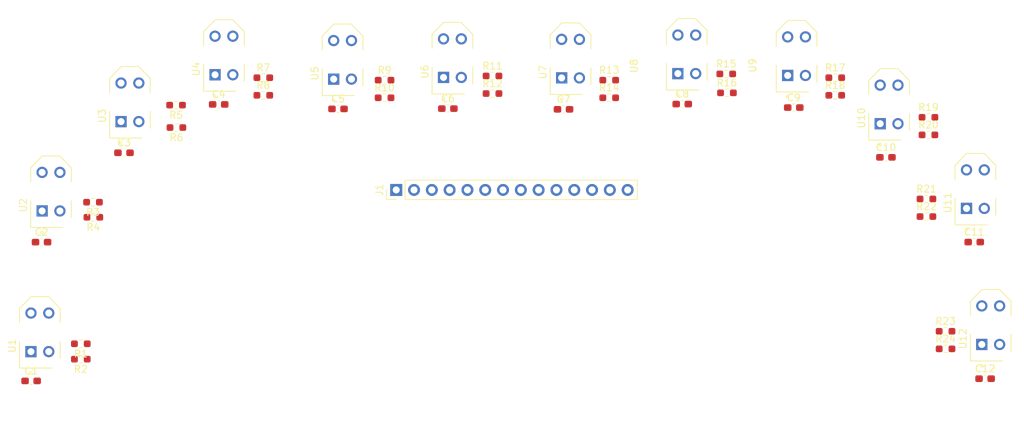
<source format=kicad_pcb>
(kicad_pcb (version 20241229) (generator "pcbnew") (generator_version "9.0")
  (layers (0 "F.Cu" signal) (2 "B.Cu" signal) (13 "F.Paste" user) (15 "B.Paste" user) (5 "F.SilkS" user "F.Silkscreen") (7 "B.SilkS" user "B.Silkscreen") (1 "F.Mask" user) (3 "B.Mask" user) (25 "Edge.Cuts" user))
  (net 0 "")
  (net 1 "/3v3")
  (net 2 "/GND")
  (net 3 "/IR8")
  (net 4 "/IR6")
  (net 5 "/IR5")
  (net 6 "/IR11")
  (net 7 "/IR4")
  (net 8 "/IR3")
  (net 9 "/IR10")
  (net 10 "/IR7")
  (net 11 "/IR2")
  (net 12 "/IR9")
  (net 13 "/IR1")
  (net 14 "/IR12")
  (net 15 "Net-(R2-Pad1)")
  (net 16 "Net-(R3-Pad1)")
  (net 17 "Net-(R5-Pad1)")
  (net 18 "Net-(R7-Pad1)")
  (net 19 "Net-(R9-Pad1)")
  (net 20 "Net-(R11-Pad1)")
  (net 21 "Net-(R13-Pad1)")
  (net 22 "Net-(R15-Pad1)")
  (net 23 "Net-(R17-Pad1)")
  (net 24 "Net-(R19-Pad1)")
  (net 25 "Net-(R21-Pad1)")
  (net 26 "Net-(R23-Pad1)")
  (footprint "Resistor_SMD:R_0603_1608Metric_Pad0.98x0.95mm_HandSolder" (layer "F.Cu") (at 196.3875 62.7)
    (property "Reference" "R18" (at 0 -1.43 0) (layer "F.SilkS"))
    (property "Value" "10K")
    (fp_line (start -0.254724 -0.5225) (end 0.254724 -0.5225) (stroke (width 0.12)) (layer "F.SilkS"))
    (fp_line (start -0.254724 0.5225) (end 0.254724 0.5225) (stroke (width 0.12)) (layer "F.SilkS"))
    (pad "1" smd roundrect (at -0.9125 0) (size 0.975 0.95) (layers "F.Cu" "F.Mask" "F.Paste") (net 12 "/IR9"))
    (pad "2" smd roundrect (at 0.9125 0) (size 0.975 0.95) (layers "F.Cu" "F.Mask" "F.Paste") (net 2 "/GND"))
  )
  (footprint "Resistor_SMD:R_0603_1608Metric_Pad0.98x0.95mm_HandSolder" (layer "F.Cu") (at 90.4875 77.95 180)
    (property "Reference" "R3" (at 0 -1.43 0) (layer "F.SilkS"))
    (property "Value" "220")
    (fp_line (start -0.254724 0.5225) (end 0.254724 0.5225) (stroke (width 0.12)) (layer "F.SilkS"))
    (fp_line (start -0.254724 -0.5225) (end 0.254724 -0.5225) (stroke (width 0.12)) (layer "F.SilkS"))
    (pad "1" smd roundrect (at -0.9125 0 180) (size 0.975 0.95) (layers "F.Cu" "F.Mask" "F.Paste") (net 16 "Net-(R3-Pad1)"))
    (pad "2" smd roundrect (at 0.9125 0 180) (size 0.975 0.95) (layers "F.Cu" "F.Mask" "F.Paste") (net 2 "/GND"))
  )
  (footprint "Resistor_SMD:R_0603_1608Metric_Pad0.98x0.95mm_HandSolder" (layer "F.Cu") (at 209.6875 65.84)
    (property "Reference" "R19" (at 0 -1.43 0) (layer "F.SilkS"))
    (property "Value" "220")
    (fp_line (start -0.254724 -0.5225) (end 0.254724 -0.5225) (stroke (width 0.12)) (layer "F.SilkS"))
    (fp_line (start -0.254724 0.5225) (end 0.254724 0.5225) (stroke (width 0.12)) (layer "F.SilkS"))
    (pad "1" smd roundrect (at -0.9125 0) (size 0.975 0.95) (layers "F.Cu" "F.Mask" "F.Paste") (net 24 "Net-(R19-Pad1)"))
    (pad "2" smd roundrect (at 0.9125 0) (size 0.975 0.95) (layers "F.Cu" "F.Mask" "F.Paste") (net 2 "/GND"))
  )
  (footprint "Resistor_SMD:R_0603_1608Metric_Pad0.98x0.95mm_HandSolder" (layer "F.Cu") (at 212.128167 96.366815)
    (property "Reference" "R23" (at 0 -1.43 0) (layer "F.SilkS"))
    (property "Value" "220")
    (fp_line (start -0.254724 -0.5225) (end 0.254724 -0.5225) (stroke (width 0.12)) (layer "F.SilkS"))
    (fp_line (start -0.254724 0.5225) (end 0.254724 0.5225) (stroke (width 0.12)) (layer "F.SilkS"))
    (pad "1" smd roundrect (at -0.9125 0) (size 0.975 0.95) (layers "F.Cu" "F.Mask" "F.Paste") (net 26 "Net-(R23-Pad1)"))
    (pad "2" smd roundrect (at 0.9125 0) (size 0.975 0.95) (layers "F.Cu" "F.Mask" "F.Paste") (net 2 "/GND"))
  )
  (footprint "Resistor_SMD:R_0603_1608Metric_Pad0.98x0.95mm_HandSolder" (layer "F.Cu") (at 102.3375 64.1 180)
    (property "Reference" "R5" (at 0 -1.43 0) (layer "F.SilkS"))
    (property "Value" "220")
    (fp_line (start -0.254724 0.5225) (end 0.254724 0.5225) (stroke (width 0.12)) (layer "F.SilkS"))
    (fp_line (start -0.254724 -0.5225) (end 0.254724 -0.5225) (stroke (width 0.12)) (layer "F.SilkS"))
    (pad "1" smd roundrect (at -0.9125 0 180) (size 0.975 0.95) (layers "F.Cu" "F.Mask" "F.Paste") (net 17 "Net-(R5-Pad1)"))
    (pad "2" smd roundrect (at 0.9125 0 180) (size 0.975 0.95) (layers "F.Cu" "F.Mask" "F.Paste") (net 2 "/GND"))
  )
  (footprint "Resistor_SMD:R_0603_1608Metric_Pad0.98x0.95mm_HandSolder" (layer "F.Cu") (at 196.3875 60.19)
    (property "Reference" "R17" (at 0 -1.43 0) (layer "F.SilkS"))
    (property "Value" "220")
    (fp_line (start -0.254724 -0.5225) (end 0.254724 -0.5225) (stroke (width 0.12)) (layer "F.SilkS"))
    (fp_line (start -0.254724 0.5225) (end 0.254724 0.5225) (stroke (width 0.12)) (layer "F.SilkS"))
    (pad "1" smd roundrect (at -0.9125 0) (size 0.975 0.95) (layers "F.Cu" "F.Mask" "F.Paste") (net 23 "Net-(R17-Pad1)"))
    (pad "2" smd roundrect (at 0.9125 0) (size 0.975 0.95) (layers "F.Cu" "F.Mask" "F.Paste") (net 2 "/GND"))
  )
  (footprint "Resistor_SMD:R_0603_1608Metric_Pad0.98x0.95mm_HandSolder" (layer "F.Cu") (at 180.9375 62.35)
    (property "Reference" "R16" (at 0 -1.43 0) (layer "F.SilkS"))
    (property "Value" "10K")
    (fp_line (start -0.254724 -0.5225) (end 0.254724 -0.5225) (stroke (width 0.12)) (layer "F.SilkS"))
    (fp_line (start -0.254724 0.5225) (end 0.254724 0.5225) (stroke (width 0.12)) (layer "F.SilkS"))
    (pad "1" smd roundrect (at -0.9125 0) (size 0.975 0.95) (layers "F.Cu" "F.Mask" "F.Paste") (net 3 "/IR8"))
    (pad "2" smd roundrect (at 0.9125 0) (size 0.975 0.95) (layers "F.Cu" "F.Mask" "F.Paste") (net 2 "/GND"))
  )
  (footprint "TCRT5000L:XDCR_TCRT5000L" (layer "F.Cu") (at 216.3875 76.09 90)
    (property "Reference" "U11" (at -1.93211 -3.94956 90) (layer "F.SilkS") (effects (font (size 1.003701 1.003701))))
    (property "Value" "TCRT5000L")
    (fp_line (start 3.4 -2.9) (end 5.1 -1.25) (stroke (width 0.127)) (layer "F.SilkS"))
    (fp_line (start 1.4 -2.9) (end 3.4 -2.9) (stroke (width 0.127)) (layer "F.SilkS"))
    (fp_line (start -5.1 -2.9) (end -1.3 -2.9) (stroke (width 0.127)) (layer "F.SilkS"))
    (fp_line (start 5.1 -1.25) (end 5.1 1.25) (stroke (width 0.127)) (layer "F.SilkS"))
    (fp_line (start 5.1 1.25) (end 3.4 2.9) (stroke (width 0.127)) (layer "F.SilkS"))
    (fp_line (start -5.1 1.7) (end -5.1 -2.9) (stroke (width 0.127)) (layer "F.SilkS"))
    (fp_line (start 3.4 2.9) (end 1.4 2.9) (stroke (width 0.127)) (layer "F.SilkS"))
    (fp_line (start -1.3 2.9) (end -3.7 2.9) (stroke (width 0.127)) (layer "F.SilkS"))
    (fp_circle (center -5.8 -1.3) (end -5.68 -1.3) (stroke (width 0.24)) (fill no) (layer "F.SilkS"))
    (pad "" np_thru_hole circle (at -4.65 2.45 90) (size 1 1) (drill 1) (layers "*.Cu" "*.Mask"))
    (pad "" np_thru_hole circle (at 0 -1.9 90) (size 2.5 2.5) (drill 2.5) (layers "*.Cu" "*.Mask"))
    (pad "" np_thru_hole circle (at 0 1.9 90) (size 2.5 2.5) (drill 2.5) (layers "*.Cu" "*.Mask"))
    (pad "1" thru_hole rect (at -2.75 -1.27 90) (size 1.6 1.6) (drill 1) (layers "*.Cu" "*.Mask") (net 1 "/3v3"))
    (pad "2" thru_hole circle (at -2.75 1.27 90) (size 1.6 1.6) (drill 1) (layers "*.Cu" "*.Mask") (net 6 "/IR11"))
    (pad "3" thru_hole circle (at 2.75 1.27 90) (size 1.6 1.6) (drill 1) (layers "*.Cu" "*.Mask") (net 25 "Net-(R21-Pad1)"))
    (pad "4" thru_hole circle (at 2.75 -1.27 90) (size 1.6 1.6) (drill 1) (layers "*.Cu" "*.Mask") (net 1 "/3v3"))
  )
  (footprint "Connector_PinHeader_2.54mm:PinHeader_1x14_P2.54mm_Vertical" (layer "F.Cu") (at 133.75 76.2 90)
    (property "Reference" "J1" (at 0 -2.38 90) (layer "F.SilkS"))
    (property "Value" "Conn_01x14_Pin")
    (fp_line (start -1.38 -1.38) (end 0 -1.38) (stroke (width 0.12)) (layer "F.SilkS"))
    (fp_line (start -1.38 0) (end -1.38 -1.38) (stroke (width 0.12)) (layer "F.SilkS"))
    (fp_line (start 1.38 1.27) (end 1.38 34.4) (stroke (width 0.12)) (layer "F.SilkS"))
    (fp_line (start -1.38 1.27) (end 1.38 1.27) (stroke (width 0.12)) (layer "F.SilkS"))
    (fp_line (start -1.38 1.27) (end -1.38 34.4) (stroke (width 0.12)) (layer "F.SilkS"))
    (fp_line (start -1.38 34.4) (end 1.38 34.4) (stroke (width 0.12)) (layer "F.SilkS"))
    (pad "1" thru_hole rect (at 0 0 90) (size 1.7 1.7) (drill 1) (layers "*.Cu" "*.Mask") (net 13 "/IR1"))
    (pad "2" thru_hole circle (at 0 2.54 90) (size 1.7 1.7) (drill 1) (layers "*.Cu" "*.Mask") (net 11 "/IR2"))
    (pad "3" thru_hole circle (at 0 5.08 90) (size 1.7 1.7) (drill 1) (layers "*.Cu" "*.Mask") (net 8 "/IR3"))
    (pad "4" thru_hole circle (at 0 7.62 90) (size 1.7 1.7) (drill 1) (layers "*.Cu" "*.Mask") (net 7 "/IR4"))
    (pad "5" thru_hole circle (at 0 10.16 90) (size 1.7 1.7) (drill 1) (layers "*.Cu" "*.Mask") (net 5 "/IR5"))
    (pad "6" thru_hole circle (at 0 12.7 90) (size 1.7 1.7) (drill 1) (layers "*.Cu" "*.Mask") (net 4 "/IR6"))
    (pad "7" thru_hole circle (at 0 15.24 90) (size 1.7 1.7) (drill 1) (layers "*.Cu" "*.Mask") (net 10 "/IR7"))
    (pad "8" thru_hole circle (at 0 17.78 90) (size 1.7 1.7) (drill 1) (layers "*.Cu" "*.Mask") (net 3 "/IR8"))
    (pad "9" thru_hole circle (at 0 20.32 90) (size 1.7 1.7) (drill 1) (layers "*.Cu" "*.Mask") (net 12 "/IR9"))
    (pad "10" thru_hole circle (at 0 22.86 90) (size 1.7 1.7) (drill 1) (layers "*.Cu" "*.Mask") (net 9 "/IR10"))
    (pad "11" thru_hole circle (at 0 25.4 90) (size 1.7 1.7) (drill 1) (layers "*.Cu" "*.Mask") (net 6 "/IR11"))
    (pad "12" thru_hole circle (at 0 27.94 90) (size 1.7 1.7) (drill 1) (layers "*.Cu" "*.Mask") (net 14 "/IR12"))
    (pad "13" thru_hole circle (at 0 30.48 90) (size 1.7 1.7) (drill 1) (layers "*.Cu" "*.Mask") (net 2 "/GND"))
    (pad "14" thru_hole circle (at 0 33.02 90) (size 1.7 1.7) (drill 1) (layers "*.Cu" "*.Mask") (net 1 "/3v3"))
  )
  (footprint "TCRT5000L:XDCR_TCRT5000L" (layer "F.Cu") (at 126.095 57.64 90)
    (property "Reference" "U5" (at -1.93211 -3.94956 90) (layer "F.SilkS") (effects (font (size 1.003701 1.003701))))
    (property "Value" "TCRT5000L")
    (fp_line (start 3.4 -2.9) (end 5.1 -1.25) (stroke (width 0.127)) (layer "F.SilkS"))
    (fp_line (start 1.4 -2.9) (end 3.4 -2.9) (stroke (width 0.127)) (layer "F.SilkS"))
    (fp_line (start -5.1 -2.9) (end -1.3 -2.9) (stroke (width 0.127)) (layer "F.SilkS"))
    (fp_line (start 5.1 -1.25) (end 5.1 1.25) (stroke (width 0.127)) (layer "F.SilkS"))
    (fp_line (start 5.1 1.25) (end 3.4 2.9) (stroke (width 0.127)) (layer "F.SilkS"))
    (fp_line (start -5.1 1.7) (end -5.1 -2.9) (stroke (width 0.127)) (layer "F.SilkS"))
    (fp_line (start 3.4 2.9) (end 1.4 2.9) (stroke (width 0.127)) (layer "F.SilkS"))
    (fp_line (start -1.3 2.9) (end -3.7 2.9) (stroke (width 0.127)) (layer "F.SilkS"))
    (fp_circle (center -5.8 -1.3) (end -5.68 -1.3) (stroke (width 0.24)) (fill no) (layer "F.SilkS"))
    (pad "" np_thru_hole circle (at -4.65 2.45 90) (size 1 1) (drill 1) (layers "*.Cu" "*.Mask"))
    (pad "" np_thru_hole circle (at 0 -1.9 90) (size 2.5 2.5) (drill 2.5) (layers "*.Cu" "*.Mask"))
    (pad "" np_thru_hole circle (at 0 1.9 90) (size 2.5 2.5) (drill 2.5) (layers "*.Cu" "*.Mask"))
    (pad "1" thru_hole rect (at -2.75 -1.27 90) (size 1.6 1.6) (drill 1) (layers "*.Cu" "*.Mask") (net 1 "/3v3"))
    (pad "2" thru_hole circle (at -2.75 1.27 90) (size 1.6 1.6) (drill 1) (layers "*.Cu" "*.Mask") (net 5 "/IR5"))
    (pad "3" thru_hole circle (at 2.75 1.27 90) (size 1.6 1.6) (drill 1) (layers "*.Cu" "*.Mask") (net 19 "Net-(R9-Pad1)"))
    (pad "4" thru_hole circle (at 2.75 -1.27 90) (size 1.6 1.6) (drill 1) (layers "*.Cu" "*.Mask") (net 1 "/3v3"))
  )
  (footprint "Capacitor_SMD:C_0603_1608Metric_Pad1.08x0.95mm_HandSolder" (layer "F.Cu") (at 81.6575 103.45)
    (property "Reference" "C1" (at 0 -1.43 0) (layer "F.SilkS"))
    (property "Value" "0.1uF")
    (fp_line (start -0.146267 -0.51) (end 0.146267 -0.51) (stroke (width 0.12)) (layer "F.SilkS"))
    (fp_line (start -0.146267 0.51) (end 0.146267 0.51) (stroke (width 0.12)) (layer "F.SilkS"))
    (pad "1" smd roundrect (at -0.8625 0) (size 1.075 0.95) (layers "F.Cu" "F.Mask" "F.Paste") (net 1 "/3v3"))
    (pad "2" smd roundrect (at 0.8625 0) (size 1.075 0.95) (layers "F.Cu" "F.Mask" "F.Paste") (net 2 "/GND"))
  )
  (footprint "Capacitor_SMD:C_0603_1608Metric_Pad1.08x0.95mm_HandSolder" (layer "F.Cu") (at 203.62 71.55)
    (property "Reference" "C10" (at 0 -1.43 0) (layer "F.SilkS"))
    (property "Value" "0.1uF")
    (fp_line (start -0.146267 -0.51) (end 0.146267 -0.51) (stroke (width 0.12)) (layer "F.SilkS"))
    (fp_line (start -0.146267 0.51) (end 0.146267 0.51) (stroke (width 0.12)) (layer "F.SilkS"))
    (pad "1" smd roundrect (at -0.8625 0) (size 1.075 0.95) (layers "F.Cu" "F.Mask" "F.Paste") (net 1 "/3v3"))
    (pad "2" smd roundrect (at 0.8625 0) (size 1.075 0.95) (layers "F.Cu" "F.Mask" "F.Paste") (net 2 "/GND"))
  )
  (footprint "Resistor_SMD:R_0603_1608Metric_Pad0.98x0.95mm_HandSolder" (layer "F.Cu") (at 147.4875 59.94)
    (property "Reference" "R11" (at 0 -1.43 0) (layer "F.SilkS"))
    (property "Value" "220")
    (fp_line (start -0.254724 -0.5225) (end 0.254724 -0.5225) (stroke (width 0.12)) (layer "F.SilkS"))
    (fp_line (start -0.254724 0.5225) (end 0.254724 0.5225) (stroke (width 0.12)) (layer "F.SilkS"))
    (pad "1" smd roundrect (at -0.9125 0) (size 0.975 0.95) (layers "F.Cu" "F.Mask" "F.Paste") (net 20 "Net-(R11-Pad1)"))
    (pad "2" smd roundrect (at 0.9125 0) (size 0.975 0.95) (layers "F.Cu" "F.Mask" "F.Paste") (net 2 "/GND"))
  )
  (footprint "Capacitor_SMD:C_0603_1608Metric_Pad1.08x0.95mm_HandSolder" (layer "F.Cu") (at 174.5575 63.95)
    (property "Reference" "C8" (at 0 -1.43 0) (layer "F.SilkS"))
    (property "Value" "0.1uF")
    (fp_line (start -0.146267 -0.51) (end 0.146267 -0.51) (stroke (width 0.12)) (layer "F.SilkS"))
    (fp_line (start -0.146267 0.51) (end 0.146267 0.51) (stroke (width 0.12)) (layer "F.SilkS"))
    (pad "1" smd roundrect (at -0.8625 0) (size 1.075 0.95) (layers "F.Cu" "F.Mask" "F.Paste") (net 1 "/3v3"))
    (pad "2" smd roundrect (at 0.8625 0) (size 1.075 0.95) (layers "F.Cu" "F.Mask" "F.Paste") (net 2 "/GND"))
  )
  (footprint "TCRT5000L:XDCR_TCRT5000L" (layer "F.Cu") (at 95.7575 63.7 90)
    (property "Reference" "U3" (at -1.93211 -3.94956 90) (layer "F.SilkS") (effects (font (size 1.003701 1.003701))))
    (property "Value" "TCRT5000L")
    (fp_line (start 3.4 -2.9) (end 5.1 -1.25) (stroke (width 0.127)) (layer "F.SilkS"))
    (fp_line (start 1.4 -2.9) (end 3.4 -2.9) (stroke (width 0.127)) (layer "F.SilkS"))
    (fp_line (start -5.1 -2.9) (end -1.3 -2.9) (stroke (width 0.127)) (layer "F.SilkS"))
    (fp_line (start 5.1 -1.25) (end 5.1 1.25) (stroke (width 0.127)) (layer "F.SilkS"))
    (fp_line (start 5.1 1.25) (end 3.4 2.9) (stroke (width 0.127)) (layer "F.SilkS"))
    (fp_line (start -5.1 1.7) (end -5.1 -2.9) (stroke (width 0.127)) (layer "F.SilkS"))
    (fp_line (start 3.4 2.9) (end 1.4 2.9) (stroke (width 0.127)) (layer "F.SilkS"))
    (fp_line (start -1.3 2.9) (end -3.7 2.9) (stroke (width 0.127)) (layer "F.SilkS"))
    (fp_circle (center -5.8 -1.3) (end -5.68 -1.3) (stroke (width 0.24)) (fill no) (layer "F.SilkS"))
    (pad "" np_thru_hole circle (at -4.65 2.45 90) (size 1 1) (drill 1) (layers "*.Cu" "*.Mask"))
    (pad "" np_thru_hole circle (at 0 -1.9 90) (size 2.5 2.5) (drill 2.5) (layers "*.Cu" "*.Mask"))
    (pad "" np_thru_hole circle (at 0 1.9 90) (size 2.5 2.5) (drill 2.5) (layers "*.Cu" "*.Mask"))
    (pad "1" thru_hole rect (at -2.75 -1.27 90) (size 1.6 1.6) (drill 1) (layers "*.Cu" "*.Mask") (net 1 "/3v3"))
    (pad "2" thru_hole circle (at -2.75 1.27 90) (size 1.6 1.6) (drill 1) (layers "*.Cu" "*.Mask") (net 8 "/IR3"))
    (pad "3" thru_hole circle (at 2.75 1.27 90) (size 1.6 1.6) (drill 1) (layers "*.Cu" "*.Mask") (net 17 "Net-(R5-Pad1)"))
    (pad "4" thru_hole circle (at 2.75 -1.27 90) (size 1.6 1.6) (drill 1) (layers "*.Cu" "*.Mask") (net 1 "/3v3"))
  )
  (footprint "Capacitor_SMD:C_0603_1608Metric_Pad1.08x0.95mm_HandSolder" (layer "F.Cu") (at 94.9075 70.9)
    (property "Reference" "C3" (at 0 -1.43 0) (layer "F.SilkS"))
    (property "Value" "0.1uF")
    (fp_line (start -0.146267 -0.51) (end 0.146267 -0.51) (stroke (width 0.12)) (layer "F.SilkS"))
    (fp_line (start -0.146267 0.51) (end 0.146267 0.51) (stroke (width 0.12)) (layer "F.SilkS"))
    (pad "1" smd roundrect (at -0.8625 0) (size 1.075 0.95) (layers "F.Cu" "F.Mask" "F.Paste") (net 1 "/3v3"))
    (pad "2" smd roundrect (at 0.8625 0) (size 1.075 0.95) (layers "F.Cu" "F.Mask" "F.Paste") (net 2 "/GND"))
  )
  (footprint "TCRT5000L:XDCR_TCRT5000L" (layer "F.Cu") (at 84.495 76.45 90)
    (property "Reference" "U2" (at -1.93211 -3.94956 90) (layer "F.SilkS") (effects (font (size 1.003701 1.003701))))
    (property "Value" "TCRT5000L")
    (fp_line (start 3.4 -2.9) (end 5.1 -1.25) (stroke (width 0.127)) (layer "F.SilkS"))
    (fp_line (start 1.4 -2.9) (end 3.4 -2.9) (stroke (width 0.127)) (layer "F.SilkS"))
    (fp_line (start -5.1 -2.9) (end -1.3 -2.9) (stroke (width 0.127)) (layer "F.SilkS"))
    (fp_line (start 5.1 -1.25) (end 5.1 1.25) (stroke (width 0.127)) (layer "F.SilkS"))
    (fp_line (start 5.1 1.25) (end 3.4 2.9) (stroke (width 0.127)) (layer "F.SilkS"))
    (fp_line (start -5.1 1.7) (end -5.1 -2.9) (stroke (width 0.127)) (layer "F.SilkS"))
    (fp_line (start 3.4 2.9) (end 1.4 2.9) (stroke (width 0.127)) (layer "F.SilkS"))
    (fp_line (start -1.3 2.9) (end -3.7 2.9) (stroke (width 0.127)) (layer "F.SilkS"))
    (fp_circle (center -5.8 -1.3) (end -5.68 -1.3) (stroke (width 0.24)) (fill no) (layer "F.SilkS"))
    (pad "" np_thru_hole circle (at -4.65 2.45 90) (size 1 1) (drill 1) (layers "*.Cu" "*.Mask"))
    (pad "" np_thru_hole circle (at 0 -1.9 90) (size 2.5 2.5) (drill 2.5) (layers "*.Cu" "*.Mask"))
    (pad "" np_thru_hole circle (at 0 1.9 90) (size 2.5 2.5) (drill 2.5) (layers "*.Cu" "*.Mask"))
    (pad "1" thru_hole rect (at -2.75 -1.27 90) (size 1.6 1.6) (drill 1) (layers "*.Cu" "*.Mask") (net 1 "/3v3"))
    (pad "2" thru_hole circle (at -2.75 1.27 90) (size 1.6 1.6) (drill 1) (layers "*.Cu" "*.Mask") (net 11 "/IR2"))
    (pad "3" thru_hole circle (at 2.75 1.27 90) (size 1.6 1.6) (drill 1) (layers "*.Cu" "*.Mask") (net 16 "Net-(R3-Pad1)"))
    (pad "4" thru_hole circle (at 2.75 -1.27 90) (size 1.6 1.6) (drill 1) (layers "*.Cu" "*.Mask") (net 1 "/3v3"))
  )
  (footprint "Capacitor_SMD:C_0603_1608Metric_Pad1.08x0.95mm_HandSolder" (layer "F.Cu") (at 125.445 64.64)
    (property "Reference" "C5" (at 0 -1.43 0) (layer "F.SilkS"))
    (property "Value" "0.1uF")
    (fp_line (start -0.146267 -0.51) (end 0.146267 -0.51) (stroke (width 0.12)) (layer "F.SilkS"))
    (fp_line (start -0.146267 0.51) (end 0.146267 0.51) (stroke (width 0.12)) (layer "F.SilkS"))
    (pad "1" smd roundrect (at -0.8625 0) (size 1.075 0.95) (layers "F.Cu" "F.Mask" "F.Paste") (net 1 "/3v3"))
    (pad "2" smd roundrect (at 0.8625 0) (size 1.075 0.95) (layers "F.Cu" "F.Mask" "F.Paste") (net 2 "/GND"))
  )
  (footprint "Capacitor_SMD:C_0603_1608Metric_Pad1.08x0.95mm_HandSolder" (layer "F.Cu") (at 141.12 64.6)
    (property "Reference" "C6" (at 0 -1.43 0) (layer "F.SilkS"))
    (property "Value" "0.1uF")
    (fp_line (start -0.146267 -0.51) (end 0.146267 -0.51) (stroke (width 0.12)) (layer "F.SilkS"))
    (fp_line (start -0.146267 0.51) (end 0.146267 0.51) (stroke (width 0.12)) (layer "F.SilkS"))
    (pad "1" smd roundrect (at -0.8625 0) (size 1.075 0.95) (layers "F.Cu" "F.Mask" "F.Paste") (net 1 "/3v3"))
    (pad "2" smd roundrect (at 0.8625 0) (size 1.075 0.95) (layers "F.Cu" "F.Mask" "F.Paste") (net 2 "/GND"))
  )
  (footprint "TCRT5000L:XDCR_TCRT5000L" (layer "F.Cu") (at 141.77 57.4 90)
    (property "Reference" "U6" (at -1.93211 -3.94956 90) (layer "F.SilkS") (effects (font (size 1.003701 1.003701))))
    (property "Value" "TCRT5000L")
    (fp_line (start 3.4 -2.9) (end 5.1 -1.25) (stroke (width 0.127)) (layer "F.SilkS"))
    (fp_line (start 1.4 -2.9) (end 3.4 -2.9) (stroke (width 0.127)) (layer "F.SilkS"))
    (fp_line (start -5.1 -2.9) (end -1.3 -2.9) (stroke (width 0.127)) (layer "F.SilkS"))
    (fp_line (start 5.1 -1.25) (end 5.1 1.25) (stroke (width 0.127)) (layer "F.SilkS"))
    (fp_line (start 5.1 1.25) (end 3.4 2.9) (stroke (width 0.127)) (layer "F.SilkS"))
    (fp_line (start -5.1 1.7) (end -5.1 -2.9) (stroke (width 0.127)) (layer "F.SilkS"))
    (fp_line (start 3.4 2.9) (end 1.4 2.9) (stroke (width 0.127)) (layer "F.SilkS"))
    (fp_line (start -1.3 2.9) (end -3.7 2.9) (stroke (width 0.127)) (layer "F.SilkS"))
    (fp_circle (center -5.8 -1.3) (end -5.68 -1.3) (stroke (width 0.24)) (fill no) (layer "F.SilkS"))
    (pad "" np_thru_hole circle (at -4.65 2.45 90) (size 1 1) (drill 1) (layers "*.Cu" "*.Mask"))
    (pad "" np_thru_hole circle (at 0 -1.9 90) (size 2.5 2.5) (drill 2.5) (layers "*.Cu" "*.Mask"))
    (pad "" np_thru_hole circle (at 0 1.9 90) (size 2.5 2.5) (drill 2.5) (layers "*.Cu" "*.Mask"))
    (pad "1" thru_hole rect (at -2.75 -1.27 90) (size 1.6 1.6) (drill 1) (layers "*.Cu" "*.Mask") (net 1 "/3v3"))
    (pad "2" thru_hole circle (at -2.75 1.27 90) (size 1.6 1.6) (drill 1) (layers "*.Cu" "*.Mask") (net 4 "/IR6"))
    (pad "3" thru_hole circle (at 2.75 1.27 90) (size 1.6 1.6) (drill 1) (layers "*.Cu" "*.Mask") (net 20 "Net-(R11-Pad1)"))
    (pad "4" thru_hole circle (at 2.75 -1.27 90) (size 1.6 1.6) (drill 1) (layers "*.Cu" "*.Mask") (net 1 "/3v3"))
  )
  (footprint "Capacitor_SMD:C_0603_1608Metric_Pad1.08x0.95mm_HandSolder" (layer "F.Cu") (at 216.2175 83.64)
    (property "Reference" "C11" (at 0 -1.43 0) (layer "F.SilkS"))
    (property "Value" "0.1uF")
    (fp_line (start -0.146267 -0.51) (end 0.146267 -0.51) (stroke (width 0.12)) (layer "F.SilkS"))
    (fp_line (start -0.146267 0.51) (end 0.146267 0.51) (stroke (width 0.12)) (layer "F.SilkS"))
    (pad "1" smd roundrect (at -0.8625 0) (size 1.075 0.95) (layers "F.Cu" "F.Mask" "F.Paste") (net 1 "/3v3"))
    (pad "2" smd roundrect (at 0.8625 0) (size 1.075 0.95) (layers "F.Cu" "F.Mask" "F.Paste") (net 2 "/GND"))
  )
  (footprint "Resistor_SMD:R_0603_1608Metric_Pad0.98x0.95mm_HandSolder" (layer "F.Cu") (at 102.3875 67.3 180)
    (property "Reference" "R6" (at 0 -1.43 0) (layer "F.SilkS"))
    (property "Value" "10K")
    (fp_line (start -0.254724 0.5225) (end 0.254724 0.5225) (stroke (width 0.12)) (layer "F.SilkS"))
    (fp_line (start -0.254724 -0.5225) (end 0.254724 -0.5225) (stroke (width 0.12)) (layer "F.SilkS"))
    (pad "1" smd roundrect (at -0.9125 0 180) (size 0.975 0.95) (layers "F.Cu" "F.Mask" "F.Paste") (net 8 "/IR3"))
    (pad "2" smd roundrect (at 0.9125 0 180) (size 0.975 0.95) (layers "F.Cu" "F.Mask" "F.Paste") (net 2 "/GND"))
  )
  (footprint "Resistor_SMD:R_0603_1608Metric_Pad0.98x0.95mm_HandSolder" (layer "F.Cu") (at 209.6875 68.35)
    (property "Reference" "R20" (at 0 -1.43 0) (layer "F.SilkS"))
    (property "Value" "10K")
    (fp_line (start -0.254724 -0.5225) (end 0.254724 -0.5225) (stroke (width 0.12)) (layer "F.SilkS"))
    (fp_line (start -0.254724 0.5225) (end 0.254724 0.5225) (stroke (width 0.12)) (layer "F.SilkS"))
    (pad "1" smd roundrect (at -0.9125 0) (size 0.975 0.95) (layers "F.Cu" "F.Mask" "F.Paste") (net 9 "/IR10"))
    (pad "2" smd roundrect (at 0.9125 0) (size 0.975 0.95) (layers "F.Cu" "F.Mask" "F.Paste") (net 2 "/GND"))
  )
  (footprint "Resistor_SMD:R_0603_1608Metric_Pad0.98x0.95mm_HandSolder" (layer "F.Cu") (at 164.1375 63.05)
    (property "Reference" "R14" (at 0 -1.43 0) (layer "F.SilkS"))
    (property "Value" "10K")
    (fp_line (start -0.254724 -0.5225) (end 0.254724 -0.5225) (stroke (width 0.12)) (layer "F.SilkS"))
    (fp_line (start -0.254724 0.5225) (end 0.254724 0.5225) (stroke (width 0.12)) (layer "F.SilkS"))
    (pad "1" smd roundrect (at -0.9125 0) (size 0.975 0.95) (layers "F.Cu" "F.Mask" "F.Paste") (net 10 "/IR7"))
    (pad "2" smd roundrect (at 0.9125 0) (size 0.975 0.95) (layers "F.Cu" "F.Mask" "F.Paste") (net 2 "/GND"))
  )
  (footprint "Resistor_SMD:R_0603_1608Metric_Pad0.98x0.95mm_HandSolder" (layer "F.Cu") (at 88.75 98.15 180)
    (property "Reference" "R1" (at 0 -1.43 0) (layer "F.SilkS"))
    (property "Value" "10K")
    (fp_line (start -0.254724 0.5225) (end 0.254724 0.5225) (stroke (width 0.12)) (layer "F.SilkS"))
    (fp_line (start -0.254724 -0.5225) (end 0.254724 -0.5225) (stroke (width 0.12)) (layer "F.SilkS"))
    (pad "1" smd roundrect (at -0.9125 0 180) (size 0.975 0.95) (layers "F.Cu" "F.Mask" "F.Paste") (net 13 "/IR1"))
    (pad "2" smd roundrect (at 0.9125 0 180) (size 0.975 0.95) (layers "F.Cu" "F.Mask" "F.Paste") (net 2 "/GND"))
  )
  (footprint "TCRT5000L:XDCR_TCRT5000L" (layer "F.Cu") (at 158.62 57.4675 90)
    (property "Reference" "U7" (at -1.93211 -3.94956 90) (layer "F.SilkS") (effects (font (size 1.003701 1.003701))))
    (property "Value" "TCRT5000L")
    (fp_line (start 3.4 -2.9) (end 5.1 -1.25) (stroke (width 0.127)) (layer "F.SilkS"))
    (fp_line (start 1.4 -2.9) (end 3.4 -2.9) (stroke (width 0.127)) (layer "F.SilkS"))
    (fp_line (start -5.1 -2.9) (end -1.3 -2.9) (stroke (width 0.127)) (layer "F.SilkS"))
    (fp_line (start 5.1 -1.25) (end 5.1 1.25) (stroke (width 0.127)) (layer "F.SilkS"))
    (fp_line (start 5.1 1.25) (end 3.4 2.9) (stroke (width 0.127)) (layer "F.SilkS"))
    (fp_line (start -5.1 1.7) (end -5.1 -2.9) (stroke (width 0.127)) (layer "F.SilkS"))
    (fp_line (start 3.4 2.9) (end 1.4 2.9) (stroke (width 0.127)) (layer "F.SilkS"))
    (fp_line (start -1.3 2.9) (end -3.7 2.9) (stroke (width 0.127)) (layer "F.SilkS"))
    (fp_circle (center -5.8 -1.3) (end -5.68 -1.3) (stroke (width 0.24)) (fill no) (layer "F.SilkS"))
    (pad "" np_thru_hole circle (at -4.65 2.45 90) (size 1 1) (drill 1) (layers "*.Cu" "*.Mask"))
    (pad "" np_thru_hole circle (at 0 -1.9 90) (size 2.5 2.5) (drill 2.5) (layers "*.Cu" "*.Mask"))
    (pad "" np_thru_hole circle (at 0 1.9 90) (size 2.5 2.5) (drill 2.5) (layers "*.Cu" "*.Mask"))
    (pad "1" thru_hole rect (at -2.75 -1.27 90) (size 1.6 1.6) (drill 1) (layers "*.Cu" "*.Mask") (net 1 "/3v3"))
    (pad "2" thru_hole circle (at -2.75 1.27 90) (size 1.6 1.6) (drill 1) (layers "*.Cu" "*.Mask") (net 10 "/IR7"))
    (pad "3" thru_hole circle (at 2.75 1.27 90) (size 1.6 1.6) (drill 1) (layers "*.Cu" "*.Mask") (net 21 "Net-(R13-Pad1)"))
    (pad "4" thru_hole circle (at 2.75 -1.27 90) (size 1.6 1.6) (drill 1) (layers "*.Cu" "*.Mask") (net 1 "/3v3"))
  )
  (footprint "TCRT5000L:XDCR_TCRT5000L" (layer "F.Cu") (at 218.57 95.5 90)
    (property "Reference" "U12" (at -1.93211 -3.94956 90) (layer "F.SilkS") (effects (font (size 1.003701 1.003701))))
    (property "Value" "TCRT5000L")
    (fp_line (start 3.4 -2.9) (end 5.1 -1.25) (stroke (width 0.127)) (layer "F.SilkS"))
    (fp_line (start 1.4 -2.9) (end 3.4 -2.9) (stroke (width 0.127)) (layer "F.SilkS"))
    (fp_line (start -5.1 -2.9) (end -1.3 -2.9) (stroke (width 0.127)) (layer "F.SilkS"))
    (fp_line (start 5.1 -1.25) (end 5.1 1.25) (stroke (width 0.127)) (layer "F.SilkS"))
    (fp_line (start 5.1 1.25) (end 3.4 2.9) (stroke (width 0.127)) (layer "F.SilkS"))
    (fp_line (start -5.1 1.7) (end -5.1 -2.9) (stroke (width 0.127)) (layer "F.SilkS"))
    (fp_line (start 3.4 2.9) (end 1.4 2.9) (stroke (width 0.127)) (layer "F.SilkS"))
    (fp_line (start -1.3 2.9) (end -3.7 2.9) (stroke (width 0.127)) (layer "F.SilkS"))
    (fp_circle (center -5.8 -1.3) (end -5.68 -1.3) (stroke (width 0.24)) (fill no) (layer "F.SilkS"))
    (pad "" np_thru_hole circle (at -4.65 2.45 90) (size 1 1) (drill 1) (layers "*.Cu" "*.Mask"))
    (pad "" np_thru_hole circle (at 0 -1.9 90) (size 2.5 2.5) (drill 2.5) (layers "*.Cu" "*.Mask"))
    (pad "" np_thru_hole circle (at 0 1.9 90) (size 2.5 2.5) (drill 2.5) (layers "*.Cu" "*.Mask"))
    (pad "1" thru_hole rect (at -2.75 -1.27 90) (size 1.6 1.6) (drill 1) (layers "*.Cu" "*.Mask") (net 1 "/3v3"))
    (pad "2" thru_hole circle (at -2.75 1.27 90) (size 1.6 1.6) (drill 1) (layers "*.Cu" "*.Mask") (net 14 "/IR12"))
    (pad "3" thru_hole circle (at 2.75 1.27 90) (size 1.6 1.6) (drill 1) (layers "*.Cu" "*.Mask") (net 26 "Net-(R23-Pad1)"))
    (pad "4" thru_hole circle (at 2.75 -1.27 90) (size 1.6 1.6) (drill 1) (layers "*.Cu" "*.Mask") (net 1 "/3v3"))
  )
  (footprint "Resistor_SMD:R_0603_1608Metric_Pad0.98x0.95mm_HandSolder" (layer "F.Cu") (at 209.4 77.49)
    (property "Reference" "R21" (at 0 -1.43 0) (layer "F.SilkS"))
    (property "Value" "220")
    (fp_line (start -0.254724 -0.5225) (end 0.254724 -0.5225) (stroke (width 0.12)) (layer "F.SilkS"))
    (fp_line (start -0.254724 0.5225) (end 0.254724 0.5225) (stroke (width 0.12)) (layer "F.SilkS"))
    (pad "1" smd roundrect (at -0.9125 0) (size 0.975 0.95) (layers "F.Cu" "F.Mask" "F.Paste") (net 25 "Net-(R21-Pad1)"))
    (pad "2" smd roundrect (at 0.9125 0) (size 0.975 0.95) (layers "F.Cu" "F.Mask" "F.Paste") (net 2 "/GND"))
  )
  (footprint "Capacitor_SMD:C_0603_1608Metric_Pad1.08x0.95mm_HandSolder" (layer "F.Cu") (at 217.77 103.1325)
    (property "Reference" "C12" (at 0 -1.43 0) (layer "F.SilkS"))
    (property "Value" "0.1uF")
    (fp_line (start -0.146267 -0.51) (end 0.146267 -0.51) (stroke (width 0.12)) (layer "F.SilkS"))
    (fp_line (start -0.146267 0.51) (end 0.146267 0.51) (stroke (width 0.12)) (layer "F.SilkS"))
    (pad "1" smd roundrect (at -0.8625 0) (size 1.075 0.95) (layers "F.Cu" "F.Mask" "F.Paste") (net 1 "/3v3"))
    (pad "2" smd roundrect (at 0.8625 0) (size 1.075 0.95) (layers "F.Cu" "F.Mask" "F.Paste") (net 2 "/GND"))
  )
  (footprint "Resistor_SMD:R_0603_1608Metric_Pad0.98x0.95mm_HandSolder" (layer "F.Cu") (at 180.8375 59.65)
    (property "Reference" "R15" (at 0 -1.43 0) (layer "F.SilkS"))
    (property "Value" "220")
    (fp_line (start -0.254724 -0.5225) (end 0.254724 -0.5225) (stroke (width 0.12)) (layer "F.SilkS"))
    (fp_line (start -0.254724 0.5225) (end 0.254724 0.5225) (stroke (width 0.12)) (layer "F.SilkS"))
    (pad "1" smd roundrect (at -0.9125 0) (size 0.975 0.95) (layers "F.Cu" "F.Mask" "F.Paste") (net 22 "Net-(R15-Pad1)"))
    (pad "2" smd roundrect (at 0.9125 0) (size 0.975 0.95) (layers "F.Cu" "F.Mask" "F.Paste") (net 2 "/GND"))
  )
  (footprint "Resistor_SMD:R_0603_1608Metric_Pad0.98x0.95mm_HandSolder" (layer "F.Cu") (at 132.0875 63.05)
    (property "Reference" "R10" (at 0 -1.43 0) (layer "F.SilkS"))
    (property "Value" "10K")
    (fp_line (start -0.254724 -0.5225) (end 0.254724 -0.5225) (stroke (width 0.12)) (layer "F.SilkS"))
    (fp_line (start -0.254724 0.5225) (end 0.254724 0.5225) (stroke (width 0.12)) (layer "F.SilkS"))
    (pad "1" smd roundrect (at -0.9125 0) (size 0.975 0.95) (layers "F.Cu" "F.Mask" "F.Paste") (net 5 "/IR5"))
    (pad "2" smd roundrect (at 0.9125 0) (size 0.975 0.95) (layers "F.Cu" "F.Mask" "F.Paste") (net 2 "/GND"))
  )
  (footprint "Resistor_SMD:R_0603_1608Metric_Pad0.98x0.95mm_HandSolder" (layer "F.Cu") (at 90.5375 80.1 180)
    (property "Reference" "R4" (at 0 -1.43 0) (layer "F.SilkS"))
    (property "Value" "10K")
    (fp_line (start -0.254724 0.5225) (end 0.254724 0.5225) (stroke (width 0.12)) (layer "F.SilkS"))
    (fp_line (start -0.254724 -0.5225) (end 0.254724 -0.5225) (stroke (width 0.12)) (layer "F.SilkS"))
    (pad "1" smd roundrect (at -0.9125 0 180) (size 0.975 0.95) (layers "F.Cu" "F.Mask" "F.Paste") (net 11 "/IR2"))
    (pad "2" smd roundrect (at 0.9125 0 180) (size 0.975 0.95) (layers "F.Cu" "F.Mask" "F.Paste") (net 2 "/GND"))
  )
  (footprint "TCRT5000L:XDCR_TCRT5000L" (layer "F.Cu") (at 190.87 57.1175 90)
    (property "Reference" "U9" (at -1.33211 -6.26956 90) (layer "F.SilkS") (effects (font (size 1.003701 1.003701))))
    (property "Value" "TCRT5000L")
    (fp_line (start 3.4 -2.9) (end 5.1 -1.25) (stroke (width 0.127)) (layer "F.SilkS"))
    (fp_line (start 1.4 -2.9) (end 3.4 -2.9) (stroke (width 0.127)) (layer "F.SilkS"))
    (fp_line (start -5.1 -2.9) (end -1.3 -2.9) (stroke (width 0.127)) (layer "F.SilkS"))
    (fp_line (start 5.1 -1.25) (end 5.1 1.25) (stroke (width 0.127)) (layer "F.SilkS"))
    (fp_line (start 5.1 1.25) (end 3.4 2.9) (stroke (width 0.127)) (layer "F.SilkS"))
    (fp_line (start -5.1 1.7) (end -5.1 -2.9) (stroke (width 0.127)) (layer "F.SilkS"))
    (fp_line (start 3.4 2.9) (end 1.4 2.9) (stroke (width 0.127)) (layer "F.SilkS"))
    (fp_line (start -1.3 2.9) (end -3.7 2.9) (stroke (width 0.127)) (layer "F.SilkS"))
    (fp_circle (center -5.8 -1.3) (end -5.68 -1.3) (stroke (width 0.24)) (fill no) (layer "F.SilkS"))
    (pad "" np_thru_hole circle (at -4.65 2.45 90) (size 1 1) (drill 1) (layers "*.Cu" "*.Mask"))
    (pad "" np_thru_hole circle (at 0 -1.9 90) (size 2.5 2.5) (drill 2.5) (layers "*.Cu" "*.Mask"))
    (pad "" np_thru_hole circle (at 0 1.9 90) (size 2.5 2.5) (drill 2.5) (layers "*.Cu" "*.Mask"))
    (pad "1" thru_hole rect (at -2.75 -1.27 90) (size 1.6 1.6) (drill 1) (layers "*.Cu" "*.Mask") (net 1 "/3v3"))
    (pad "2" thru_hole circle (at -2.75 1.27 90) (size 1.6 1.6) (drill 1) (layers "*.Cu" "*.Mask") (net 12 "/IR9"))
    (pad "3" thru_hole circle (at 2.75 1.27 90) (size 1.6 1.6) (drill 1) (layers "*.Cu" "*.Mask") (net 23 "Net-(R17-Pad1)"))
    (pad "4" thru_hole circle (at 2.75 -1.27 90) (size 1.6 1.6) (drill 1) (layers "*.Cu" "*.Mask") (net 1 "/3v3"))
  )
  (footprint "Resistor_SMD:R_0603_1608Metric_Pad0.98x0.95mm_HandSolder" (layer "F.Cu") (at 164.1375 60.54)
    (property "Reference" "R13" (at 0 -1.43 0) (layer "F.SilkS"))
    (property "Value" "220")
    (fp_line (start -0.254724 -0.5225) (end 0.254724 -0.5225) (stroke (width 0.12)) (layer "F.SilkS"))
    (fp_line (start -0.254724 0.5225) (end 0.254724 0.5225) (stroke (width 0.12)) (layer "F.SilkS"))
    (pad "1" smd roundrect (at -0.9125 0) (size 0.975 0.95) (layers "F.Cu" "F.Mask" "F.Paste") (net 21 "Net-(R13-Pad1)"))
    (pad "2" smd roundrect (at 0.9125 0) (size 0.975 0.95) (layers "F.Cu" "F.Mask" "F.Paste") (net 2 "/GND"))
  )
  (footprint "TCRT5000L:XDCR_TCRT5000L" (layer "F.Cu") (at 109.17 57.0175 90)
    (property "Reference" "U4" (at -1.93211 -3.94956 90) (layer "F.SilkS") (effects (font (size 1.003701 1.003701))))
    (property "Value" "TCRT5000L")
    (fp_line (start 3.4 -2.9) (end 5.1 -1.25) (stroke (width 0.127)) (layer "F.SilkS"))
    (fp_line (start 1.4 -2.9) (end 3.4 -2.9) (stroke (width 0.127)) (layer "F.SilkS"))
    (fp_line (start -5.1 -2.9) (end -1.3 -2.9) (stroke (width 0.127)) (layer "F.SilkS"))
    (fp_line (start 5.1 -1.25) (end 5.1 1.25) (stroke (width 0.127)) (layer "F.SilkS"))
    (fp_line (start 5.1 1.25) (end 3.4 2.9) (stroke (width 0.127)) (layer "F.SilkS"))
    (fp_line (start -5.1 1.7) (end -5.1 -2.9) (stroke (width 0.127)) (layer "F.SilkS"))
    (fp_line (start 3.4 2.9) (end 1.4 2.9) (stroke (width 0.127)) (layer "F.SilkS"))
    (fp_line (start -1.3 2.9) (end -3.7 2.9) (stroke (width 0.127)) (layer "F.SilkS"))
    (fp_circle (center -5.8 -1.3) (end -5.68 -1.3) (stroke (width 0.24)) (fill no) (layer "F.SilkS"))
    (pad "" np_thru_hole circle (at -4.65 2.45 90) (size 1 1) (drill 1) (layers "*.Cu" "*.Mask"))
    (pad "" np_thru_hole circle (at 0 -1.9 90) (size 2.5 2.5) (drill 2.5) (layers "*.Cu" "*.Mask"))
    (pad "" np_thru_hole circle (at 0 1.9 90) (size 2.5 2.5) (drill 2.5) (layers "*.Cu" "*.Mask"))
    (pad "1" thru_hole rect (at -2.75 -1.27 90) (size 1.6 1.6) (drill 1) (layers "*.Cu" "*.Mask") (net 1 "/3v3"))
    (pad "2" thru_hole circle (at -2.75 1.27 90) (size 1.6 1.6) (drill 1) (layers "*.Cu" "*.Mask") (net 7 "/IR4"))
    (pad "3" thru_hole circle (at 2.75 1.27 90) (size 1.6 1.6) (drill 1) (layers "*.Cu" "*.Mask") (net 18 "Net-(R7-Pad1)"))
    (pad "4" thru_hole circle (at 2.75 -1.27 90) (size 1.6 1.6) (drill 1) (layers "*.Cu" "*.Mask") (net 1 "/3v3"))
  )
  (footprint "Resistor_SMD:R_0603_1608Metric_Pad0.98x0.95mm_HandSolder" (layer "F.Cu") (at 209.4 80)
    (property "Reference" "R22" (at 0 -1.43 0) (layer "F.SilkS"))
    (property "Value" "10K")
    (fp_line (start -0.254724 -0.5225) (end 0.254724 -0.5225) (stroke (width 0.12)) (layer "F.SilkS"))
    (fp_line (start -0.254724 0.5225) (end 0.254724 0.5225) (stroke (width 0.12)) (layer "F.SilkS"))
    (pad "1" smd roundrect (at -0.9125 0) (size 0.975 0.95) (layers "F.Cu" "F.Mask" "F.Paste") (net 6 "/IR11"))
    (pad "2" smd roundrect (at 0.9125 0) (size 0.975 0.95) (layers "F.Cu" "F.Mask" "F.Paste") (net 2 "/GND"))
  )
  (footprint "Resistor_SMD:R_0603_1608Metric_Pad0.98x0.95mm_HandSolder" (layer "F.Cu") (at 88.75 100.35 180)
    (property "Reference" "R2" (at 0 -1.43 0) (layer "F.SilkS"))
    (property "Value" "220")
    (fp_line (start -0.254724 0.5225) (end 0.254724 0.5225) (stroke (width 0.12)) (layer "F.SilkS"))
    (fp_line (start -0.254724 -0.5225) (end 0.254724 -0.5225) (stroke (width 0.12)) (layer "F.SilkS"))
    (pad "1" smd roundrect (at -0.9125 0 180) (size 0.975 0.95) (layers "F.Cu" "F.Mask" "F.Paste") (net 15 "Net-(R2-Pad1)"))
    (pad "2" smd roundrect (at 0.9125 0 180) (size 0.975 0.95) (layers "F.Cu" "F.Mask" "F.Paste") (net 2 "/GND"))
  )
  (footprint "Capacitor_SMD:C_0603_1608Metric_Pad1.08x0.95mm_HandSolder" (layer "F.Cu") (at 190.47 64.45)
    (property "Reference" "C9" (at 0 -1.43 0) (layer "F.SilkS"))
    (property "Value" "0.1uF")
    (fp_line (start -0.146267 -0.51) (end 0.146267 -0.51) (stroke (width 0.12)) (layer "F.SilkS"))
    (fp_line (start -0.146267 0.51) (end 0.146267 0.51) (stroke (width 0.12)) (layer "F.SilkS"))
    (pad "1" smd roundrect (at -0.8625 0) (size 1.075 0.95) (layers "F.Cu" "F.Mask" "F.Paste") (net 1 "/3v3"))
    (pad "2" smd roundrect (at 0.8625 0) (size 1.075 0.95) (layers "F.Cu" "F.Mask" "F.Paste") (net 2 "/GND"))
  )
  (footprint "Resistor_SMD:R_0603_1608Metric_Pad0.98x0.95mm_HandSolder" (layer "F.Cu") (at 212.128167 98.876815)
    (property "Reference" "R24" (at 0 -1.43 0) (layer "F.SilkS"))
    (property "Value" "10K")
    (fp_line (start -0.254724 -0.5225) (end 0.254724 -0.5225) (stroke (width 0.12)) (layer "F.SilkS"))
    (fp_line (start -0.254724 0.5225) (end 0.254724 0.5225) (stroke (width 0.12)) (layer "F.SilkS"))
    (pad "1" smd roundrect (at -0.9125 0) (size 0.975 0.95) (layers "F.Cu" "F.Mask" "F.Paste") (net 14 "/IR12"))
    (pad "2" smd roundrect (at 0.9125 0) (size 0.975 0.95) (layers "F.Cu" "F.Mask" "F.Paste") (net 2 "/GND"))
  )
  (footprint "Capacitor_SMD:C_0603_1608Metric_Pad1.08x0.95mm_HandSolder" (layer "F.Cu") (at 108.42 64)
    (property "Reference" "C4" (at 0 -1.43 0) (layer "F.SilkS"))
    (property "Value" "0.1uF")
    (fp_line (start -0.146267 -0.51) (end 0.146267 -0.51) (stroke (width 0.12)) (layer "F.SilkS"))
    (fp_line (start -0.146267 0.51) (end 0.146267 0.51) (stroke (width 0.12)) (layer "F.SilkS"))
    (pad "1" smd roundrect (at -0.8625 0) (size 1.075 0.95) (layers "F.Cu" "F.Mask" "F.Paste") (net 1 "/3v3"))
    (pad "2" smd roundrect (at 0.8625 0) (size 1.075 0.95) (layers "F.Cu" "F.Mask" "F.Paste") (net 2 "/GND"))
  )
  (footprint "Resistor_SMD:R_0603_1608Metric_Pad0.98x0.95mm_HandSolder" (layer "F.Cu") (at 132.0875 60.54)
    (property "Reference" "R9" (at 0 -1.43 0) (layer "F.SilkS"))
    (property "Value" "220")
    (fp_line (start -0.254724 -0.5225) (end 0.254724 -0.5225) (stroke (width 0.12)) (layer "F.SilkS"))
    (fp_line (start -0.254724 0.5225) (end 0.254724 0.5225) (stroke (width 0.12)) (layer "F.SilkS"))
    (pad "1" smd roundrect (at -0.9125 0) (size 0.975 0.95) (layers "F.Cu" "F.Mask" "F.Paste") (net 19 "Net-(R9-Pad1)"))
    (pad "2" smd roundrect (at 0.9125 0) (size 0.975 0.95) (layers "F.Cu" "F.Mask" "F.Paste") (net 2 "/GND"))
  )
  (footprint "TCRT5000L:XDCR_TCRT5000L" (layer "F.Cu") (at 204.07 64 90)
    (property "Reference" "U10" (at -1.93211 -3.94956 90) (layer "F.SilkS") (effects (font (size 1.003701 1.003701))))
    (property "Value" "TCRT5000L")
    (fp_line (start 3.4 -2.9) (end 5.1 -1.25) (stroke (width 0.127)) (layer "F.SilkS"))
    (fp_line (start 1.4 -2.9) (end 3.4 -2.9) (stroke (width 0.127)) (layer "F.SilkS"))
    (fp_line (start -5.1 -2.9) (end -1.3 -2.9) (stroke (width 0.127)) (layer "F.SilkS"))
    (fp_line (start 5.1 -1.25) (end 5.1 1.25) (stroke (width 0.127)) (layer "F.SilkS"))
    (fp_line (start 5.1 1.25) (end 3.4 2.9) (stroke (width 0.127)) (layer "F.SilkS"))
    (fp_line (start -5.1 1.7) (end -5.1 -2.9) (stroke (width 0.127)) (layer "F.SilkS"))
    (fp_line (start 3.4 2.9) (end 1.4 2.9) (stroke (width 0.127)) (layer "F.SilkS"))
    (fp_line (start -1.3 2.9) (end -3.7 2.9) (stroke (width 0.127)) (layer "F.SilkS"))
    (fp_circle (center -5.8 -1.3) (end -5.68 -1.3) (stroke (width 0.24)) (fill no) (layer "F.SilkS"))
    (pad "" np_thru_hole circle (at -4.65 2.45 90) (size 1 1) (drill 1) (layers "*.Cu" "*.Mask"))
    (pad "" np_thru_hole circle (at 0 -1.9 90) (size 2.5 2.5) (drill 2.5) (layers "*.Cu" "*.Mask"))
    (pad "" np_thru_hole circle (at 0 1.9 90) (size 2.5 2.5) (drill 2.5) (layers "*.Cu" "*.Mask"))
    (pad "1" thru_hole rect (at -2.75 -1.27 90) (size 1.6 1.6) (drill 1) (layers "*.Cu" "*.Mask") (net 1 "/3v3"))
    (pad "2" thru_hole circle (at -2.75 1.27 90) (size 1.6 1.6) (drill 1) (layers "*.Cu" "*.Mask") (net 9 "/IR10"))
    (pad "3" thru_hole circle (at 2.75 1.27 90) (size 1.6 1.6) (drill 1) (layers "*.Cu" "*.Mask") (net 24 "Net-(R19-Pad1)"))
    (pad "4" thru_hole circle (at 2.75 -1.27 90) (size 1.6 1.6) (drill 1) (layers "*.Cu" "*.Mask") (net 1 "/3v3"))
  )
  (footprint "Resistor_SMD:R_0603_1608Metric_Pad0.98x0.95mm_HandSolder" (layer "F.Cu") (at 114.7875 62.7)
    (property "Reference" "R8" (at 0 -1.43 0) (layer "F.SilkS"))
    (property "Value" "10K")
    (fp_line (start -0.254724 -0.5225) (end 0.254724 -0.5225) (stroke (width 0.12)) (layer "F.SilkS"))
    (fp_line (start -0.254724 0.5225) (end 0.254724 0.5225) (stroke (width 0.12)) (layer "F.SilkS"))
    (pad "1" smd roundrect (at -0.9125 0) (size 0.975 0.95) (layers "F.Cu" "F.Mask" "F.Paste") (net 7 "/IR4"))
    (pad "2" smd roundrect (at 0.9125 0) (size 0.975 0.95) (layers "F.Cu" "F.Mask" "F.Paste") (net 2 "/GND"))
  )
  (footprint "Resistor_SMD:R_0603_1608Metric_Pad0.98x0.95mm_HandSolder" (layer "F.Cu") (at 114.7875 60.19)
    (property "Reference" "R7" (at 0 -1.43 0) (layer "F.SilkS"))
    (property "Value" "220")
    (fp_line (start -0.254724 -0.5225) (end 0.254724 -0.5225) (stroke (width 0.12)) (layer "F.SilkS"))
    (fp_line (start -0.254724 0.5225) (end 0.254724 0.5225) (stroke (width 0.12)) (layer "F.SilkS"))
    (pad "1" smd roundrect (at -0.9125 0) (size 0.975 0.95) (layers "F.Cu" "F.Mask" "F.Paste") (net 18 "Net-(R7-Pad1)"))
    (pad "2" smd roundrect (at 0.9125 0) (size 0.975 0.95) (layers "F.Cu" "F.Mask" "F.Paste") (net 2 "/GND"))
  )
  (footprint "TCRT5000L:XDCR_TCRT5000L" (layer "F.Cu") (at 82.9075 96.5175 90)
    (property "Reference" "U1" (at -1.93211 -3.94956 90) (layer "F.SilkS") (effects (font (size 1.003701 1.003701))))
    (property "Value" "TCRT5000L")
    (fp_line (start 3.4 -2.9) (end 5.1 -1.25) (stroke (width 0.127)) (layer "F.SilkS"))
    (fp_line (start 1.4 -2.9) (end 3.4 -2.9) (stroke (width 0.127)) (layer "F.SilkS"))
    (fp_line (start -5.1 -2.9) (end -1.3 -2.9) (stroke (width 0.127)) (layer "F.SilkS"))
    (fp_line (start 5.1 -1.25) (end 5.1 1.25) (stroke (width 0.127)) (layer "F.SilkS"))
    (fp_line (start 5.1 1.25) (end 3.4 2.9) (stroke (width 0.127)) (layer "F.SilkS"))
    (fp_line (start -5.1 1.7) (end -5.1 -2.9) (stroke (width 0.127)) (layer "F.SilkS"))
    (fp_line (start 3.4 2.9) (end 1.4 2.9) (stroke (width 0.127)) (layer "F.SilkS"))
    (fp_line (start -1.3 2.9) (end -3.7 2.9) (stroke (width 0.127)) (layer "F.SilkS"))
    (fp_circle (center -5.8 -1.3) (end -5.68 -1.3) (stroke (width 0.24)) (fill no) (layer "F.SilkS"))
    (pad "" np_thru_hole circle (at -4.65 2.45 90) (size 1 1) (drill 1) (layers "*.Cu" "*.Mask"))
    (pad "" np_thru_hole circle (at 0 -1.9 90) (size 2.5 2.5) (drill 2.5) (layers "*.Cu" "*.Mask"))
    (pad "" np_thru_hole circle (at 0 1.9 90) (size 2.5 2.5) (drill 2.5) (layers "*.Cu" "*.Mask"))
    (pad "1" thru_hole rect (at -2.75 -1.27 90) (size 1.6 1.6) (drill 1) (layers "*.Cu" "*.Mask") (net 1 "/3v3"))
    (pad "2" thru_hole circle (at -2.75 1.27 90) (size 1.6 1.6) (drill 1) (layers "*.Cu" "*.Mask") (net 13 "/IR1"))
    (pad "3" thru_hole circle (at 2.75 1.27 90) (size 1.6 1.6) (drill 1) (layers "*.Cu" "*.Mask") (net 15 "Net-(R2-Pad1)"))
    (pad "4" thru_hole circle (at 2.75 -1.27 90) (size 1.6 1.6) (drill 1) (layers "*.Cu" "*.Mask") (net 1 "/3v3"))
  )
  (footprint "Resistor_SMD:R_0603_1608Metric_Pad0.98x0.95mm_HandSolder" (layer "F.Cu") (at 147.4875 62.45)
    (property "Reference" "R12" (at 0 -1.43 0) (layer "F.SilkS"))
    (property "Value" "10K")
    (fp_line (start -0.254724 -0.5225) (end 0.254724 -0.5225) (stroke (width 0.12)) (layer "F.SilkS"))
    (fp_line (start -0.254724 0.5225) (end 0.254724 0.5225) (stroke (width 0.12)) (layer "F.SilkS"))
    (pad "1" smd roundrect (at -0.9125 0) (size 0.975 0.95) (layers "F.Cu" "F.Mask" "F.Paste") (net 4 "/IR6"))
    (pad "2" smd roundrect (at 0.9125 0) (size 0.975 0.95) (layers "F.Cu" "F.Mask" "F.Paste") (net 2 "/GND"))
  )
  (footprint "TCRT5000L:XDCR_TCRT5000L" (layer "F.Cu") (at 175.2075 56.85 90)
    (property "Reference" "U8" (at -1.66461 -7.51956 90) (layer "F.SilkS") (effects (font (size 1.003701 1.003701))))
    (property "Value" "TCRT5000L")
    (fp_line (start 3.4 -2.9) (end 5.1 -1.25) (stroke (width 0.127)) (layer "F.SilkS"))
    (fp_line (start 1.4 -2.9) (end 3.4 -2.9) (stroke (width 0.127)) (layer "F.SilkS"))
    (fp_line (start -5.1 -2.9) (end -1.3 -2.9) (stroke (width 0.127)) (layer "F.SilkS"))
    (fp_line (start 5.1 -1.25) (end 5.1 1.25) (stroke (width 0.127)) (layer "F.SilkS"))
    (fp_line (start 5.1 1.25) (end 3.4 2.9) (stroke (width 0.127)) (layer "F.SilkS"))
    (fp_line (start -5.1 1.7) (end -5.1 -2.9) (stroke (width 0.127)) (layer "F.SilkS"))
    (fp_line (start 3.4 2.9) (end 1.4 2.9) (stroke (width 0.127)) (layer "F.SilkS"))
    (fp_line (start -1.3 2.9) (end -3.7 2.9) (stroke (width 0.127)) (layer "F.SilkS"))
    (fp_circle (center -5.8 -1.3) (end -5.68 -1.3) (stroke (width 0.24)) (fill no) (layer "F.SilkS"))
    (pad "" np_thru_hole circle (at -4.65 2.45 90) (size 1 1) (drill 1) (layers "*.Cu" "*.Mask"))
    (pad "" np_thru_hole circle (at 0 -1.9 90) (size 2.5 2.5) (drill 2.5) (layers "*.Cu" "*.Mask"))
    (pad "" np_thru_hole circle (at 0 1.9 90) (size 2.5 2.5) (drill 2.5) (layers "*.Cu" "*.Mask"))
    (pad "1" thru_hole rect (at -2.75 -1.27 90) (size 1.6 1.6) (drill 1) (layers "*.Cu" "*.Mask") (net 1 "/3v3"))
    (pad "2" thru_hole circle (at -2.75 1.27 90) (size 1.6 1.6) (drill 1) (layers "*.Cu" "*.Mask") (net 3 "/IR8"))
    (pad "3" thru_hole circle (at 2.75 1.27 90) (size 1.6 1.6) (drill 1) (layers "*.Cu" "*.Mask") (net 22 "Net-(R15-Pad1)"))
    (pad "4" thru_hole circle (at 2.75 -1.27 90) (size 1.6 1.6) (drill 1) (layers "*.Cu" "*.Mask") (net 1 "/3v3"))
  )
  (footprint "Capacitor_SMD:C_0603_1608Metric_Pad1.08x0.95mm_HandSolder" (layer "F.Cu") (at 83.145 83.65)
    (property "Reference" "C2" (at 0 -1.43 0) (layer "F.SilkS"))
    (property "Value" "0.1uF")
    (fp_line (start -0.146267 -0.51) (end 0.146267 -0.51) (stroke (width 0.12)) (layer "F.SilkS"))
    (fp_line (start -0.146267 0.51) (end 0.146267 0.51) (stroke (width 0.12)) (layer "F.SilkS"))
    (pad "1" smd roundrect (at -0.8625 0) (size 1.075 0.95) (layers "F.Cu" "F.Mask" "F.Paste") (net 1 "/3v3"))
    (pad "2" smd roundrect (at 0.8625 0) (size 1.075 0.95) (layers "F.Cu" "F.Mask" "F.Paste") (net 2 "/GND"))
  )
  (footprint "Capacitor_SMD:C_0603_1608Metric_Pad1.08x0.95mm_HandSolder" (layer "F.Cu") (at 157.62 64.7)
    (property "Reference" "C7" (at 0 -1.43 0) (layer "F.SilkS"))
    (property "Value" "0.1uF")
    (fp_line (start -0.146267 -0.51) (end 0.146267 -0.51) (stroke (width 0.12)) (layer "F.SilkS"))
    (fp_line (start -0.146267 0.51) (end 0.146267 0.51) (stroke (width 0.12)) (layer "F.SilkS"))
    (pad "1" smd roundrect (at -0.8625 0) (size 1.075 0.95) (layers "F.Cu" "F.Mask" "F.Paste") (net 1 "/3v3"))
    (pad "2" smd roundrect (at 0.8625 0) (size 1.075 0.95) (layers "F.Cu" "F.Mask" "F.Paste") (net 2 "/GND"))
  )
)
</source>
